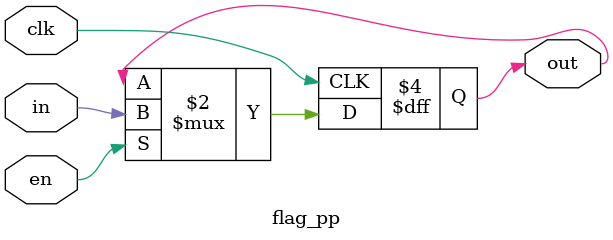
<source format=v>
module flag_pp(in,out,clk,en);
input in,clk,en;
output reg out;

always @(posedge clk)
begin
if(en)
out<=in;
end

endmodule

</source>
